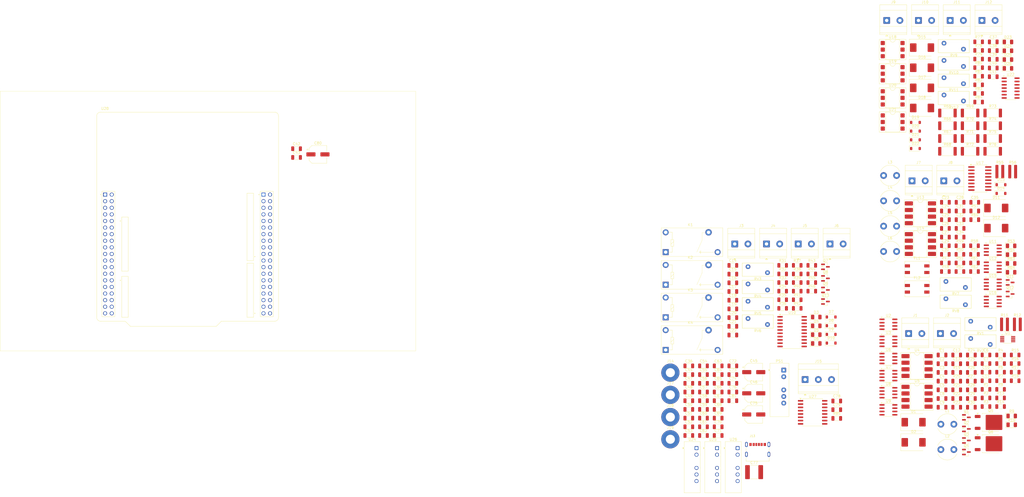
<source format=kicad_pcb>
(kicad_pcb (version 20241229) (generator "pcbnew") (generator_version "9.0")
  (layers (0 "F.Cu" signal "Signal1") (4 "In1.Cu" power "E5V") (6 "In2.Cu" power "GNDD") (2 "B.Cu" signal "Signal2") (13 "F.Paste" user) (15 "B.Paste" user) (5 "F.SilkS" user "F.Silkscreen") (7 "B.SilkS" user "B.Silkscreen") (1 "F.Mask" user) (3 "B.Mask" user) (25 "Edge.Cuts" user))
  (net 0 "")
  (net 1 "GNDD")
  (net 2 "E5V")
  (net 3 "Net-(U2--)")
  (net 4 "Net-(Q1-B)")
  (net 5 "Net-(U3--)")
  (net 6 "Net-(Q2-B)")
  (net 7 "+12V")
  (net 8 "+12VA")
  (net 9 "GND3")
  (net 10 "Net-(U8--)")
  (net 11 "Net-(C10-Pad1)")
  (net 12 "Net-(C11-Pad1)")
  (net 13 "Net-(U9--)")
  (net 14 "+3.3V")
  (net 15 "Net-(Q13-G)")
  (net 16 "Net-(Q7-G)")
  (net 17 "Net-(Q8-G)")
  (net 18 "Net-(Q9-G)")
  (net 19 "Net-(D13-K)")
  (net 20 "Net-(U11-+)")
  (net 21 "Net-(D14-K)")
  (net 22 "Net-(U12-+)")
  (net 23 "Net-(Q11-B)")
  (net 24 "Net-(U11--)")
  (net 25 "Net-(U12--)")
  (net 26 "Net-(Q12-B)")
  (net 27 "GND2")
  (net 28 "+12VA2")
  (net 29 "Net-(U17-CH0)")
  (net 30 "Net-(U17-CH1)")
  (net 31 "Net-(D15-A1)")
  (net 32 "Net-(D15-A2)")
  (net 33 "Net-(D16-A1)")
  (net 34 "Net-(D16-A2)")
  (net 35 "Net-(D17-A1)")
  (net 36 "Net-(D17-A2)")
  (net 37 "Net-(D18-A2)")
  (net 38 "Net-(D18-A1)")
  (net 39 "-12V")
  (net 40 "-12VA")
  (net 41 "GND")
  (net 42 "+3.3VA")
  (net 43 "-12VA2")
  (net 44 "GNDREF")
  (net 45 "Net-(D1-A1)")
  (net 46 "Net-(D2-A1)")
  (net 47 "Net-(D3-K)")
  (net 48 "Net-(D3-A)")
  (net 49 "Net-(D4-K)")
  (net 50 "Net-(D4-A)")
  (net 51 "Net-(D5-K)")
  (net 52 "Net-(D5-A)")
  (net 53 "Net-(D6-A)")
  (net 54 "Net-(D10-A)")
  (net 55 "Net-(D11-A2)")
  (net 56 "Net-(D11-A1)")
  (net 57 "Net-(D12-A1)")
  (net 58 "Net-(D12-A2)")
  (net 59 "Net-(D19-A)")
  (net 60 "Net-(D20-A)")
  (net 61 "Net-(D21-A)")
  (net 62 "Net-(D22-A)")
  (net 63 "Net-(D23-A)")
  (net 64 "Net-(D24-A)")
  (net 65 "Net-(D25-A)")
  (net 66 "Net-(D26-A)")
  (net 67 "Net-(J1-Pin_1)")
  (net 68 "Net-(J2-Pin_1)")
  (net 69 "Net-(J3-Pin_2)")
  (net 70 "Net-(J3-Pin_1)")
  (net 71 "Net-(J4-Pin_2)")
  (net 72 "Net-(J4-Pin_1)")
  (net 73 "Net-(J5-Pin_1)")
  (net 74 "Net-(J5-Pin_2)")
  (net 75 "Net-(J6-Pin_2)")
  (net 76 "Net-(J6-Pin_1)")
  (net 77 "Net-(J7-Pin_2)")
  (net 78 "Net-(J7-Pin_1)")
  (net 79 "Net-(J8-Pin_1)")
  (net 80 "Net-(J8-Pin_2)")
  (net 81 "Net-(J9-Pin_1)")
  (net 82 "Net-(J9-Pin_2)")
  (net 83 "Net-(J10-Pin_2)")
  (net 84 "Net-(J10-Pin_1)")
  (net 85 "Net-(J11-Pin_2)")
  (net 86 "Net-(J11-Pin_1)")
  (net 87 "Net-(J12-Pin_1)")
  (net 88 "Net-(J12-Pin_2)")
  (net 93 "Net-(J15-Pin_2)")
  (net 94 "Net-(J15-Pin_1)")
  (net 98 "Net-(Q1-E)")
  (net 99 "Net-(Q2-E)")
  (net 100 "Net-(Q3-E)")
  (net 101 "Net-(Q3-B)")
  (net 102 "Net-(Q4-B)")
  (net 103 "Net-(Q4-E)")
  (net 104 "Net-(Q5-E)")
  (net 105 "Net-(Q6-E)")
  (net 106 "Net-(Q11-E)")
  (net 107 "Net-(Q12-E)")
  (net 108 "SCL")
  (net 109 "SDA")
  (net 110 "DAC_~{LDAC}")
  (net 111 "DAC_RDY{slash}~{BSY}")
  (net 112 "DAC_out_1")
  (net 113 "DAC_out_2")
  (net 114 "Net-(R9-Pad1)")
  (net 115 "Net-(R10-Pad1)")
  (net 116 "Net-(R11-Pad2)")
  (net 117 "Net-(R12-Pad2)")
  (net 118 "Net-(R13-Pad2)")
  (net 119 "Net-(U6-+)")
  (net 120 "Net-(R14-Pad2)")
  (net 121 "Net-(R16-Pad2)")
  (net 122 "Net-(U7-+)")
  (net 123 "Net-(R17-Pad2)")
  (net 124 "Net-(U6--)")
  (net 125 "Net-(U8-+)")
  (net 126 "Net-(U7--)")
  (net 127 "Net-(U9-+)")
  (net 128 "DO_4")
  (net 129 "DO_3")
  (net 130 "DO_2")
  (net 131 "DO_1")
  (net 132 "DO1")
  (net 133 "DO2")
  (net 134 "DO3")
  (net 135 "DO4")
  (net 136 "Net-(R53-Pad1)")
  (net 137 "Net-(R54-Pad1)")
  (net 138 "Net-(R55-Pad2)")
  (net 139 "Net-(R56-Pad2)")
  (net 140 "Net-(U15-+)")
  (net 141 "Net-(R57-Pad2)")
  (net 142 "Net-(R58-Pad2)")
  (net 143 "Net-(R60-Pad2)")
  (net 144 "Net-(U16-+)")
  (net 145 "Net-(R61-Pad2)")
  (net 146 "ADC_CH0")
  (net 147 "ADC_CH1")
  (net 148 "Net-(R73-Pad1)")
  (net 149 "Net-(R74-Pad1)")
  (net 150 "Net-(R75-Pad1)")
  (net 151 "Net-(R76-Pad1)")
  (net 152 "Net-(R77-Pad1)")
  (net 153 "Net-(R78-Pad1)")
  (net 154 "Net-(R79-Pad1)")
  (net 155 "Net-(R80-Pad1)")
  (net 156 "DI_1")
  (net 157 "DI_2")
  (net 158 "DI_3")
  (net 159 "DI_4")
  (net 160 "PV")
  (net 189 "DO_OE")
  (net 210 "ADC_SPI_DIN")
  (net 211 "ADC_SPI_CLK")
  (net 214 "ADC_SPI_DOUT")
  (net 215 "ADC_SPI_~{CS}{slash}SHDN")
  (net 228 "UART1_TX")
  (net 229 "DE")
  (net 231 "~{RE}")
  (net 232 "UART1_RX")
  (footprint "Diode_SMD:D_1206_3216Metric" (layer "F.Cu") (at 438.015 21.03)
    (property "Reference" "D23")
    (property "Value" "Green LED 3mm")
  )
  (footprint "Capacitor_SMD:C_1206_3216Metric" (layer "F.Cu") (at 326.435 145.75)
    (property "Reference" "C63")
    (property "Value" "100n")
  )
  (footprint "Resistor_SMD:R_1020_2550Metric" (layer "F.Cu") (at 439.825 70.95)
    (property "Reference" "R56")
    (property "Value" "330R")
  )
  (footprint "Resistor_SMD:R_1206_3216Metric" (layer "F.Cu") (at 425.125 99.49)
    (property "Reference" "R58")
    (property "Value" "5k6")
  )
  (footprint "TerminalBlock_Phoenix:TerminalBlock_Phoenix_MKDS-3-2-5.08_1x02_P5.08mm_Horizontal" (layer "F.Cu") (at 401.075 74.5)
    (property "Reference" "J7")
    (property "Value" "Screw_Terminal_01x02")
  )
  (footprint "Resistor_SMD:R_1206_3216Metric" (layer "F.Cu") (at 356.875 120.28)
    (property "Reference" "R41")
    (property "Value" "220")
  )
  (footprint "Resistor_SMD:R_1206_3216Metric" (layer "F.Cu") (at 425.125 109.42)
    (property "Reference" "R62")
    (property "Value" "0")
  )
  (footprint "Capacitor_SMD:C_1206_3216Metric" (layer "F.Cu") (at 419.575 92.81)
    (property "Reference" "C33")
    (property "Value" "100n")
  )
  (footprint "Resistor_SMD:R_1020_2550Metric" (layer "F.Cu") (at 436.675 129.75)
    (property "Reference" "R11")
    (property "Value" "330R")
  )
  (footprint "Inductor_THT:L_Radial_D7.8mm_P5.00mm_Fastron_07HCP" (layer "F.Cu") (at 390.135 82.2)
    (property "Reference" "L4")
    (property "Value" "0.47 mH")
  )
  (footprint "Capacitor_SMD:C_1206_3216Metric" (layer "F.Cu") (at 432.345 27.71)
    (property "Reference" "C39")
    (property "Value" "100n")
  )
  (footprint "Capacitor_SMD:C_1206_3216Metric" (layer "F.Cu") (at 326.435 169.2)
    (property "Reference" "C70")
    (property "Value" "100n")
  )
  (footprint "TerminalBlock_Phoenix:TerminalBlock_Phoenix_MKDS-3-2-5.08_1x02_P5.08mm_Horizontal" (layer "F.Cu") (at 403.545 12.75)
    (property "Reference" "J10")
    (property "Value" "Screw_Terminal_01x02")
  )
  (footprint "Varistor:RV_Disc_D12mm_W5.1mm_P7.5mm" (layer "F.Cu") (at 413.385 21.51)
    (property "Reference" "RV9")
    (property "Value" "S10K30")
  )
  (footprint "Resistor_SMD:R_2512_6332Metric" (layer "F.Cu") (at 432.135 53.3)
    (property "Reference" "R74")
    (property "Value" "2000")
  )
  (footprint "Diode_SMD:D_SOD-123" (layer "F.Cu") (at 369.94 133.62)
    (property "Reference" "D9")
    (property "Value" "1N4007 SMD")
  )
  (footprint "Diode_SMD:D_SOD-123" (layer "F.Cu") (at 402.39 55.36)
    (property "Reference" "D20")
    (property "Value" "1N4007 SMD")
  )
  (footprint "Resistor_SMD:R_1206_3216Metric" (layer "F.Cu") (at 426.715 30.92)
    (property "Reference" "R80")
    (property "Value" "270")
  )
  (footprint "Package_DIP:DIP-6_W7.62mm_SMDSocket_SmallPads" (layer "F.Cu") (at 393.615 33.27)
    (property "Reference" "U19")
    (property "Value" "CNY173SR2VM")
  )
  (footprint "Capacitor_SMD:C_1206_3216Metric" (layer "F.Cu") (at 412.625 148.26)
    (property "Reference" "C3")
    (property "Value" "100p")
  )
  (footprint "Resistor_SMD:R_1206_3216Metric" (layer "F.Cu") (at 419.515 106.11)
    (property "Reference" "R51")
    (property "Value" "100k")
  )
  (footprint "TerminalBlock_Phoenix:TerminalBlock_Phoenix_MKDS-3-2-5.08_1x02_P5.08mm_Horizontal" (layer "F.Cu") (at 369.485 98.8)
    (property "Reference" "J6")
    (property "Value" "Screw_Terminal_01x02")
  )
  (footprint "Resistor_SMD:R_1206_3216Metric" (layer "F.Cu") (at 429.555 148.16)
    (property "Reference" "C10")
    (property "Value" "100n")
  )
  (footprint "Capacitor_SMD:C_1206_3216Metric" (layer "F.Cu") (at 332.085 155.8)
    (property "Reference" "C76")
    (property "Value" "100n")
  )
  (footprint "Capacitor_SMD:C_1206_3216Metric" (layer "F.Cu") (at 164.1224 65.488)
    (property "Reference" "C43")
    (property "Value" "100n")
  )
  (footprint "Project:1461267-1" (layer "F.Cu") (at 306.235 101.95)
    (property "Reference" "K1")
    (property "Value" "SDT-S-103DMR,000")
  )
  (footprint "Resistor_SMD:R_2512_6332Metric" (layer "F.Cu") (at 423.425 53.3)
    (property "Reference" "R70")
    (property "Value" "30")
  )
  (footprint "Package_DIP:DIP-8_W8.89mm_SMDSocket_LongPads" (layer "F.Cu") (at 404.305 87)
    (property "Reference" "U13")
    (property "Value" "IL300-DEFG-X007T")
  )
  (footprint "Resistor_SMD:R_1206_3216Metric" (layer "F.Cu") (at 440.775 144.85)
    (property "Reference" "R16")
    (property "Value" "33k")
  )
  (footprint "TerminalBlock_Phoenix:TerminalBlock_Phoenix_MKDS-3-2-5.08_1x02_P5.08mm_Horizontal" (layer "F.Cu") (at 411.995 133.3)
    (property "Reference" "J2")
    (property "Value" "Screw_Terminal_01x02")
  )
  (footprint "Resistor_SMD:R_2512_6332Metric" (layer "F.Cu") (at 423.425 58.21)
    (property "Reference" "R71")
    (property "Value" "30")
  )
  (footprint "Capacitor_SMD:C_1206_3216Metric" (layer "F.Cu") (at 423.925 158.31)
    (property "Reference" "R29")
    (property "Value" "150")
  )
  (footprint "TerminalBlock_Phoenix:TerminalBlock_Phoenix_MKDS-3-2-5.08_1x02_P5.08mm_Horizontal" (layer "F.Cu") (at 413.295 74.5)
    (property "Reference" "J8")
    (property "Value" "Screw_Terminal_01x02")
  )
  (footprint "Capacitor_SMD:C_1206_3216Metric" (layer "F.Cu") (at 332.085 159.15)
    (property "Reference" "C81")
    (property "Value" "100n")
  )
  (footprint "Project:1461267-1" (layer "F.Cu") (at 306.235 114.5)
    (property "Reference" "K2")
    (property "Value" "SDT-S-103DMR,000")
  )
  (footprint "Project:1461267-1" (layer "F.Cu") (at 306.235 139.6)
    (property "Reference" "K4")
    (property "Value" "SDT-S-103DMR,000")
  )
  (footprint "Resistor_SMD:R_2512_6332Metric" (layer "F.Cu") (at 423.425 48.39)
    (property "Reference" "R69")
    (property "Value" "30")
  )
  (footprint "Diode_SMD:D_1206_3216Metric" (layer "F.Cu") (at 438.015 24.42)
    (property "Reference" "D24")
    (property "Value" "Green LED 3mm")
  )
  (footprint "Diode_SMD:D_SOD-123" (layer "F.Cu") (at 435.32 76)
    (property "Reference" "D13")
    (property "Value" "1N4007 SMD")
  )
  (footprint "Capacitor_SMD:C_1206_3216Metric" (layer "F.Cu") (at 413.925 82.76)
    (property "Reference" "C23")
    (property "Value" "100n")
  )
  (footprint "Package_DIP:DIP-8_W8.89mm_SMDSocket_LongPads" (layer "F.Cu") (at 403.005 145.8)
    (property "Reference" "U4")
    (property "Value" "IL300-DEFG-X007T")
  )
  (footprint "Capacitor_SMD:C_1206_3216Metric" (layer "F.Cu") (at 412.625 161.66)
    (property "Reference" "C9")
    (property "Value" "100n")
  )
  (footprint "Resistor_SMD:R_1206_3216Metric" (layer "F.Cu") (at 362.485 107.04)
    (property "Reference" "R43")
    (property "Value" "10k")
  )
  (footprint "Resistor_SMD:R_2512_6332Metric" (layer "F.Cu") (at 414.715 58.21)
    (property "Reference" "R67")
    (property "Value" "30")
  )
  (footprint "Resistor_SMD:R_1206_3216Metric" (layer "F.Cu") (at 426.715 34.23)
    (property "Reference" "R81")
    (property "Value" "220")
  )
  (footprint "Converter_DCDC:Converter_DCDC_XP_POWER-IAxxxxS_THT" (layer "F.Cu") (at 351.69 147.38)
    (property "Reference" "PS1")
    (property "Value" "IA0503S")
  )
  (footprint "Resistor_SMD:R_1206_3216Metric" (layer "F.Cu") (at 351.265 110.35)
    (property "Reference" "R32")
    (property "Value" "10k")
  )
  (footprint "Capacitor_SMD:C_1206_3216Metric" (layer "F.Cu") (at 320.785 162.5)
    (property "Reference" "C59")
    (property "Value" "100n")
  )
  (footprint "Capacitor_SMD:C_1206_3216Metric" (layer "F.Cu") (at 412.625 151.61)
    (property "Reference" "C4")
    (property "Value" "100n")
  )
  (footprint "Capacitor_SMD:C_1206_3216Metric" (layer "F.Cu") (at 332.085 145.75)
    (property "Reference" "C72")
    (property "Value" "100n")
  )
  (footprint "Capacitor_SMD:C_1206_3216Metric" (layer "F.Cu") (at 332.085 107.06)
    (property "Reference" "C14")
    (property "Value" "100n")
  )
  (footprint "Package_TO_SOT_SMD:SOT-23" (layer "F.Cu") (at 367.745 112.06)
    (property "Reference" "Q8")
    (property "Value" "AO3400A")
  )
  (footprint "Diode_SMD:D_SOD-123" (layer "F.Cu") (at 402.39 62.06)
    (property "Reference" "D22")
    (property "Value" "1N4007 SMD")
  )
  (footprint "Capacitor_SMD:C_1206_3216Metric" (layer "F.Cu") (at 320.785 169.2)
    (property "Reference" "C61")
    (property "Value" "100n")
  )
  (footprint "Package_SO:MSOP-10_3x3mm_P0.5mm" (layer "F.Cu") (at 437.905 135.455)
    (property "Reference" "U1")
    (property "Value" "MCP4728")
  )
  (footprint "Capacitor_SMD:C_1206_3216Metric" (layer "F.Cu") (at 326.435 165.85)
    (property "Reference" "C69")
    (property "Value" "100n")
  )
  (footprint "Resistor_SMD:R_1206_3216Metric" (layer "F.Cu") (at 435.165 151.47)
    (property "Reference" "R7")
    (property "Value" "100k")
  )
  (footprint "Diode_SMD:D_1206_3216Metric" (layer "F.Cu") (at 439.225 99.53)
    (property "Reference" "R53")
    (property "Value" "1k")
  )
  (footprint "Diode_SMD:D_1206_3216Metric" (layer "F.Cu") (at 364.215 137.11)
    (property "Reference" "D6")
    (property "Value" "Green LED 3mm")
  )
  (footprint "Capacitor_SMD:C_1206_3216Metric" (layer "F.Cu") (at 372.095 159.26)
    (property "Reference" "C78")
    (property "Value" "100n")
  )
  (footprint "Resistor_SMD:R_1206_3216Metric" (layer "F.Cu") (at 426.715 20.99)
    (property "Reference" "R77")
    (property "Value" "270")
  )
  (footprint "Capacitor_SMD:C_1206_3216Metric" (layer "F.Cu") (at 332.085 127.16)
    (property "Reference" "C20")
    (property "Value" "100n")
  )
  (footprint "Capacitor_SMD:C_1206_3216Metric" (layer "F.Cu") (at 315.135 165.85)
    (property "Reference" "C51")
    (property "Value" "100n")
  )
  (footprint "Package_TO_SOT_SMD:SOT-23" (layer "F.Cu") (at 422.005 178.91)
    (property "Reference" "Q4")
    (property "Value" "BC847")
  )
  (footprint "Package_TO_SOT_SMD:SOT-23" (layer "F.Cu") (at 438.835 113.62)
    (property "Reference" "Q11")
    (property "Value" "BC847")
  )
  (footprint "Capacitor_SMD:C_1206_3216Metric" (layer "F.Cu") (at 332.085 123.81)
    (property "Reference" "C19")
    (property "Value" "100n")
  )
  (footprint "Diode_SMD:D_1206_3216Metric" (layer "F.Cu") (at 439.225 109.7)
    (property "Reference" "R64")
    (property "Value" "1k")
  )
  (footprint "Capacitor_SMD:C_1206_3216Metric" (layer "F.Cu") (at 413.925 89.46)
    (property "Reference" "C25")
    (property "Value" "100p")
  )
  (footprint "Capacitor_SMD:CP_Elec_6.3x7.7" (layer "F.Cu") (at 340.135 164.45)
    (property "Reference" "C75")
    (property "Value" "100u")
  )
  (footprint "Varistor:RV_Disc_D12mm_W5.1mm_P7.5mm" (layer "F.Cu") (at 413.385 34.81)
    (property "Reference" "RV11")
    (property "Value" "S10K30")
  )
  (footprint "Resistor_SMD:R_2512_6332Metric" (layer "F.Cu") (at 414.715 63.12)
    (property "Reference" "R68")
    (property "Value" "30")
  )
  (footprint "Diode_SMD:D_SMC" (layer "F.Cu") (at 404.94 30.96)
    (property "Reference" "D16")
    (property "Value" "SMCJ30A")
  )
  (footprint "Diode_SMD:D_SMC" (layer "F.Cu") (at 401.68 175.17)
    (property "Reference" "D2")
    (property "Value" "SMCJ30A")
  )
  (footprint "Resistor_SMD:R_1206_3216Metric" (layer "F.Cu") (at 351.265 113.66)
    (property "Reference" "R33")
    (property "Value" "10k")
  )
  (footprint "Capacitor_SMD:C_1206_3216Metric" (layer "F.Cu") (at 423.925 148.26)
    (property "Reference" "R26")
    (property "Value" "100")
  )
  (footprint "Capacitor_SMD:C_1206_3216Metric" (layer "F.Cu") (at 418.275 158.31)
    (property "Reference" "R22")
    (property "Value" "150k")
  )
  (footprint "Varistor:RV_Disc_D12mm_W5.1mm_P7.5mm" (layer "F.Cu") (at 414.125 113.25)
    (property "Reference" "RV7")
    (property "Value" "S10K30")
  )
  (footprint "Package_DIP:DIP-8_W8.89mm_SMDSocket_LongPads" (layer "F.Cu") (at 403.005 157.63)
    (property "Reference" "U5")
    (property "Value" "IL300-DEFG-X007T")
  )
  (footprint "Resistor_SMD:R_2512_6332Metric" (layer "F.Cu") (at 423.425 63.12)
    (property "Reference" "R72")
    (property "Value" "30")
  )
  (footprint "Package_DIP:DIP-6_W7.62mm_SMDSocket_SmallPads" (layer "F.Cu") (at 393.615 42.56)
    (property "Reference" "U20")
    (property "Value" "CNY173SR2VM")
  )
  (footprint "Resistor_SMD:R_1206_3216Metric" (layer "F.Cu") (at 429.555 141.54)
    (property "Reference" "C6")
    (property "Value" "100n")
  )
  (footprint "Capacitor_SMD:C_1206_3216Metric" (layer "F.Cu") (at 332.085 110.41)
    (property "Reference" "C15")
    (property "Value" "100n")
  )
  (footprint "Resistor_SMD:R_1206_3216Metric" (layer "F.Cu") (at 425.125 106.11)
    (property "Reference" "R61")
    (property "Value" "5k6")
  )
  (footprint "Varistor:RV_Disc_D12mm_W5.1mm_P7.5mm" (layer "F.Cu") (at 337.935 114.21)
    (property "Reference" "RV4")
    (property "Value" "S10K30")
  )
  (footprint "Varistor:RV_Disc_D12mm_W5.1mm_P7.5mm" (layer "F.Cu") (at 413.385 41.46)
    (property "Reference" "RV12")
    (property "Value" "S10K30")
  )
  (footprint "Package_SO:SOIC-8_3.9x4.9mm_P1.27mm" (layer "F.Cu") (at 432.155 107.78)
    (property "Reference" "U12")
    (property "Value" "TL071")
  )
  (footprint "TerminalBlock_Phoenix:TerminalBlock_Phoenix_MKDS-3-2-5.08_1x02_P5.08mm_Horizontal" (layer "F.Cu") (at 415.765 12.75)
    (property "Reference" "J11")
    (property "Value" "Screw_Terminal_01x02")
  )
  (footprint "Package_TO_SOT_SMD:TO-252-2" (layer "F.Cu") (at 431.375 175.7)
    (property "Reference" "Q6")
    (property "Value" "2SCR587D3")
  )
  (footprint "Converter_DCDC:Converter_DCDC_TRACO_TBA1-xxxxE_Dual_THT" (layer "F.Cu") (at 333.93 177.4)
    (property "Reference" "U26")
    (property "Value" "TBA1-0522E")
  )
  (footprint "Converter_DCDC:Converter_DCDC_TRACO_TBA1-xxxxE_Dual_THT" (layer "F.Cu") (at 326.015 177.4)
    (property "Reference" "U25")
    (property "Value" "TBA1-0522E")
  )
  (footprint "Diode_SMD:D_SOD-123" (layer "F.Cu") (at 435.32 79.35)
    (property "Reference" "D14")
    (property "Value" "1N4007 SMD")
  )
  (footprint "Varistor:RV_Disc_D12mm_W5.1mm_P7.5mm" (layer "F.Cu") (at 423.675 128.55)
    (property "Reference" "RV1")
    (property "Value" "S10K30")
  )
  (footprint "Varistor:RV_Disc_D12mm_W5.1mm_P7.5mm" (layer "F.Cu") (at 423.675 135.2)
    (property "Reference" "RV2")
    (property "Value" "S10K30")
  )
  (footprint "Diode_SMD:D_SMC" (layer "F.Cu") (at 433.52 84.96)
    (property "Reference" "D11")
    (property "Value" "SMCJ30A")
  )
  (footprint "Resistor_SMD:R_2512_6332Metric" (layer "F.Cu") (at 432.135 58.21)
    (property "Reference" "R75")
    (property "Value" "2000")
  )
  (footprint "Capacitor_SMD:C_1206_3216Metric" (layer "F.Cu") (at 419.575 86.11)
    (property "Reference" "C31")
    (property "Value" "100n")
  )
  (footprint "Resistor_SMD:R_1020_2550Metric" (layer "F.Cu") (at 434.875 70.95)
    (property "Reference" "R55")
    (property "Value" "330R")
  )
  (footprint "Capacitor_SMD:C_1206_3216Metric" (layer "F.Cu") (at 423.925 161.66)
    (property "Reference" "R30")
    (property "Value" "150")
  )
  (footprint "Package_SO:SOIC-8_3.9x4.9mm_P1.27mm" (layer "F.Cu") (at 432.155 114.365)
    (property "Reference" "U15")
    (property "Value" "TL071")
  )
  (footprint "Varistor:RV_Disc_D12mm_W5.1mm_P7.5mm" (layer "F.Cu") (at 337.935 127.51)
    (property "Reference" "RV6")
    (property "Value" "S10K30")
  )
  (footprint "Diode_SMD:D_1206_3216Metric" (layer "F.Cu") (at 364.215 126.94)
    (property "Reference" "D3")
    (property "Value" "Green LED 3mm")
  )
  (footprint "Package_SO:SOIC-8_3.9x4.9mm_P1.27mm" (layer "F.Cu") (at 391.985 156.075)
    (property "Reference" "U8")
    (property "Value" "TL071")
  )
  (footprint "TerminalBlock_Phoenix:TerminalBlock_Phoenix_MKDS-3-2-5.08_1x02_P5.08mm_Horizontal" (layer "F.Cu") (at 427.985 12.75)
    (property "Reference" "J12")
    (property "Value" "Screw_Terminal_01x02")
  )
  (footprint "UJC-HP-3-SMT-TR:CUI_UJC-HP-3-SMT-TR" (layer "F.Cu") (at 341.645 176)
    (property "Reference" "J13")
    (property "Value" "USB_C_Receptacle_PowerOnly_6P")
  )
  (footprint "Capacitor_SMD:C_1206_3216Metric" (layer "F.Cu") (at 332.085 120.46)
    (property "Reference" "C18")
    (property "Value" "100n")
  )
  (footprint "Capacitor_SMD:C_1206_3216Metric" (layer "F.Cu") (at 425.225 82.76)
    (property "Reference" "C35")
    (property "Value" "100n")
  )
  (footprint "Capacitor_SMD:C_1206_3216Metric" (layer "F.Cu") (at 320.785 155.8)
    (property "Reference" "C57")
    (property "Value" "100n")
  )
  (footprint "Resistor_SMD:R_1206_3216Metric" (layer "F.Cu") (at 356.875 110.35)
    (property "Reference" "R38")
    (property "Value" "180")
  )
  (footprint "MountingHole:MountingHole_3.5mm_Pad" (layer "F.Cu") (at 308.035 148.35)
    (property "Reference" "J14")
    (property "Value" "Conn_01x01")
  )
  (footprint "Capacitor_SMD:C_1206_3216Metric" (layer "F.Cu") (at 419.575 89.46)
    (property "Reference" "C32")
    (property "Value" "100n")
  )
  (footprint "Resistor_SMD:R_2512_6332Metric" (layer "F.Cu") (at 432.135 48.39)
    (property "Reference" "R73")
    (property "Value" "2000")
  )
  (footprint "Resistor_SMD:R_1206_3216Metric" (layer "F.Cu") (at 413.905 102.8)
    (property "Reference" "C30")
    (property "Value" "100n")
  )
  (footprint "Capacitor_SMD:C_1206_3216Metric" (layer "F.Cu") (at 425.225 89.46)
    (property "Reference" "R60")
    (property "Value" "47k")
  )
  (footprint "Capacitor_SMD:CP_Elec_6.3x7.7" (layer "F.Cu") (at 172.3568 64.3128)
    (property "Reference" "C80")
    (property "Value" "100u")
  )
  (footprint "Resistor_SMD:R_2512_6332Metric" (layer "F.Cu") (at 432.135 63.12)
    (property "Reference" "R76")
    (property "Value" "2000")
  )
  (footprint "Capacitor_SMD:CP_Elec_6.3x7.7" (layer "F.Cu") (at 340.135 156.3)
    (property "Reference" "C46")
    (property "Value" "100u")
  )
  (footprint "Capacitor_SMD:C_1206_3216Metric" (layer "F.Cu") (at 320.785 165.85)
    (property "Reference" "C60")
    (property "Value" "100n")
  )
  (footprint "Capacitor_SMD:C_1206_3216Metric" (layer "F.Cu") (at 332.085 152.45)
    (property "Reference" "C74")
    (property "Value" "100n")
  )
  (footprint "Capacitor_SMD:C_1206_3216Metric" (layer "F.Cu") (at 413.925 96.16)
    (property "Reference" "C27")
    (property "Value" "100n")
  )
  (footprint "Resistor_SMD:R_1206_3216Metric" (layer "F.Cu") (at 351.265 107.04)
    (property "Reference" "R31")
    (property "Value" "10k")
  )
  (footprint "Diode_SMD:D_SOD-123" (layer "F.Cu") (at 369.94 136.97)
    (property "Reference" "D10")
    (property "Value" "1N4007 SMD")
  )
  (footprint "Resistor_SMD:R_1206_3216Metric" (layer "F.Cu") (at 429.555 144.85)
    (property "Reference" "C7")
    (property "Value" "100n")
  )
  (footprint "Diode_SMD:D_1206_3216Metric" (layer "F.Cu") (at 438.015 27.81)
    (property "Reference" "D25")
    (property "Value" "Green LED 3mm")
  )
  (footprint "Inductor_THT:L_Radial_D7.8mm_P5.00mm_Fastron_07HCP" (layer "F.Cu") (at 390.135 101.7)
    (property "Reference" "L6")
    (property "Value" "0.47 mH")
  )
  (footprint "Capacitor_SMD:C_1206_3216Metric" (layer "F.Cu") (at 315.135 172.55)
    (property "Reference" "C53")
    (property "Value" "100n")
  )
  (footprint "Package_SO:SOIC-16W_5.3x10.2mm_P1.27mm" (layer "F.Cu") (at 427.175 73.615)
    (property "Reference" "U17")
    (property "Value" "MCP3208T-BI/SL")
  )
  (footprint "Resistor_SMD:R_1206_3216Metric" (layer "F.Cu") (at 351.265 116.97)
    (property "Reference" "R34")
    (property "Value" "10k")
  )
  (footprint "Project:1461267-1" (layer "F.Cu") (at 306.235 127.05)
    (property "Reference" "K3")
    (property "Value" "SDT-S-103DMR,000")
  )
  (footprint "Capacitor_SMD:C_1206_3216Metric" (layer "F.Cu") (at 326.435 172.55)
    (property "Reference" "C71")
    (property "Value" "100n")
  )
  (footprint "Resistor_SMD:R_1206_3216Metric" (layer "F.Cu") (at 356.875 107.04)
    (property "Reference" "R37")
    (property "Value" "220")
  )
  (footprint "Resistor_SMD:R_1020_2550Metric" (layer "F.Cu") (at 441.625 129.75)
    (property "Reference" "R12")
    (property "Value" "330R")
  )
  (footprint "Diode_SMD:D_1206_3216Metric" (layer "F.Cu") (at 364.215 130.33)
    (property "Reference" "D4")
    (property "Value" "Green LED 3mm")
  )
  (footprint "Package_TO_SOT_SMD:SOT-23" (layer "F.Cu") (at 367.745 116.51)
    (property "Reference" "Q9")
    (property "Value" "AO3400A")
  )
  (footprint "Capacitor_SMD:CP_Elec_6.3x7.7" (layer "F.Cu") (at 340.135 148.15)
    (property "Reference" "C45")
    (property "Value" "100u")
  )
  (footprint "Resistor_SMD:R_1206_3216Metric" (layer "F.Cu") (at 413.905 106.11)
    (property "Reference" "R47")
    (property "Value" "499R")
  )
  (footprint "Inductor_THT:L_Radial_D7.8mm_P5.00mm_Fastron_07HCP" (layer "F.Cu") (at 412.175 168.21)
    (property "Reference" "L1")
    (property "Value" "0.47 mH")
  )
  (footprint "Resistor_SMD:R_1206_3216Metric" (layer "F.Cu") (at 426.715 24.3)
    (property "Reference" "R78")
    (property "Value" "270")
  )
  (footprint "TerminalBlock_Phoenix:TerminalBlock_Phoenix_MKDS-3-2-5.08_1x02_P5.08mm_Horizontal" (layer "F.Cu") (at 399.775 133.3)
    (property "Reference" "J1")
    (property "Value" "Screw_Terminal_01x02")
  )
  (footprint "Package_TO_SOT_SMD:SOT-23" (layer "F.Cu") (at 367.745 120.96)
    (property "Reference" "Q13")
    (property "Value" "AO3400A")
  )
  (footprint "Resistor_SMD:R_1206_3216Metric" (layer "F.Cu") (at 419.515 109.42)
    (property "Reference" "R52")
    (property "Value" "100k")
  )
  (footprint "Resistor_SMD:R_1206_3216Metric" (layer "F.Cu") (at 435.165 141.54)
    (property "Reference" "R4")
    (property "Value" "10k")
  )
  (footprint "MountingHole:MountingHole_3.5mm_Pad" (layer "F.Cu") (at 308.035 156.9)
    (property "Reference" "J17")
    (property "Value" "Conn_01x01")
  )
  (footprint "Capacitor_SMD:C_1206_3216Metric" (layer "F.Cu") (at 432.345 21.01)
    (property "Reference" "C37")
    (property "Value" "100n")
  )
  (footprint "Capacitor_SMD:C_1206_3216Metric" (layer "F.Cu") (at 315.135 149.1)
    (property "Reference" "C44")
    (property "Value" "100n")
  )
  (footprint "Capacitor_SMD:C_1206_3216Metric" (layer "F.Cu") (at 423.925 154.96)
    (property "Reference" "R28")
    (property "Value" "100")
  )
  (footprint "Package_TO_SOT_SMD:SOT-23" (layer "F.Cu") (at 422.005 170.01)
    (property "Reference" "Q2")
    (property "Value" "BC847")
  )
  (footprint "Package_TO_SOT_SMD:SOT-23" (layer "F.Cu") (at 422.005 174.46)
    (property "Reference" "Q3")
    (property "Value" "BC847")
  )
  (footprint "Capacitor_SMD:C_1206_3216Metric" (layer "F.Cu") (at 419.575 82.76)
    (property "Reference" "C28")
    (property "Value" "100n")
  )
  (footprint "Capacitor_SMD:C_1206_3216Metric" (layer "F.Cu") (at 412.625 141.56)
    (property "Reference" "C1")
    (property "Value" "100n")
  )
  (footprint "Diode_SMD:D_SMC" (layer "F.Cu") (at 404.94 38.71)
    (property "Reference" "D17")
    (property "Value" "SMCJ30A")
  )
  (footprint "Capacitor_SMD:C_1206_3216Metric" (layer "F.Cu") (at 315.135 169.2)
    (property "Reference" "C52")
    (property "Value" "100n")
  )
  (footprint "Resistor_SMD:R_1206_3216Metric" (layer "F.Cu") (at 429.555 154.78)
    (property "Reference" "R1")
    (property "Value" "10k")
  )
  (footprint "Capacitor_SMD:C_1206_3216Metric" (layer "F.Cu") (at 412.625 154.96)
    (property "Reference" "C5")
    (property "Value" "100n")
  )
  (footprint "Package_SO:SOIC-8_3.9x4.9mm_P1.27mm" (layer "F.Cu") (at 391.985 142.905)
    (property "Reference" "U6")
    (property "Value" "TL071")
  )
  (footprint "Capacitor_SMD:C_1206_3216Metric" (layer "F.Cu") (at 432.345 31.06)
    (property "Reference" "C40")
    (property "Value" "100n")
  )
  (footprint "Resistor_SMD:R_1206_3216Metric" (layer "F.Cu") (at 429.555 161.4)
    (property "Reference" "R3")
    (property "Value" "10k")
  )
  (footprint "Diode_SMD:D_SOD-123" (layer "F.Cu") (at 369.94 130.27)
    (property "Reference" "D8")
    (property "Value" "1N4007 SMD")
  )
  (footprint "Resistor_SMD:R_1206_3216Metric" (layer "F.Cu") (at 440.775 148.16)
    (property "Reference" "R17")
    (property "Value" "33k")
  )
  (footprint "Capacitor_SMD:C_1206_3216Metric" (layer "F.Cu") (at 320.785 145.75)
    (property "Reference" "C54")
    (property "Value" "100n")
  )
  (footprint "Package_TO_SOT_SMD:SOT-23" (layer "F.Cu") (at 438.835 118.07)
    (property "Reference" "Q12")
    (property "Value" "BC847")
  )
  (footprint "TerminalBlock_Phoenix:TerminalBlock_Phoenix_MKDS-3-2-5.08_1x02_P5.08mm_Horizontal" (layer "F.Cu") (at 357.265 98.8)
    (property "Reference" "J5")
    (property "Value" "Screw_Terminal_01x02")
  )
  (footprint "Resistor_SMD:R_1206_3216Metric" (layer "F.Cu") (at 440.775 151.47)
    (property "Reference" "R18")
    (property "Value" "0")
  )
  (footprint "Resistor_SMD:R_1206_3216Metric" (layer "F.Cu") (at 426.715 40.85)
    (property "Reference" "R83")
    (property "Value" "220")
  )
  (footprint "Varistor:RV_Disc_D12mm_W5.1mm_P7.5mm" (layer "F.Cu") (at 337.935 107.56)
    (property "Reference" "RV3")
    (property "Value" "S10K30")
  )
  (footprint "Resistor_SMD:R_1206_3216Metric" (layer "F.Cu") (at 440.775 141.54)
    (property "Reference" "R15")
    (property "Value" "0")
  )
  (footprint "Capacitor_SMD:C_1206_3216Metric" (layer "F.Cu") (at 432.345 24.36)
    (property "Reference" "C38")
    (property "Value" "100n")
  )
  (footprint "TerminalBlock_Phoenix:TerminalBlock_Phoenix_MKDS-3-3-5.08_1x03_P5.08mm_Horizontal" (layer "F.Cu") (at 359.925 151)
    (property "Reference" "J15")
    (property "Value" "Screw_Terminal_01x03")
  )
  (footprint "Resistor_SMD:R_1206_3216Metric" (layer "F.Cu") (at 426.715 44.16)
    (property "Reference" "R84")
    (property "Value" "220")
  )
  (footprint "Capacitor_SMD:C_1206_3216Metric" (layer "F.Cu") (at 320.785 159.15)
    (property "Reference" "C58")
    (property "Value" "100n")
  )
  (footprint "Resistor_SMD:R_1206_3216Metric" (layer "F.Cu") (at 419.515 102.8)
    (property "Reference" "R50")
    (property "Value" "499R")
  )
  (footprint "Diode_SMD:D_SOD-123" (layer "F.Cu") (at 402.39 52.01)
    (property "Reference" "D19")
    (property "Value" "1N4007 SMD")
  )
  (footprint "Resistor_SMD:R_2512_6332Metric" (layer "F.Cu") (at 414.715 48.39)
    (property "Reference" "R65")
    (property "Value" "30")
  )
  (footprint "Capacitor_SMD:C_1206_3216Metric" (layer "F.Cu") (at 418.275 141.56)
    (property "Reference" "C12")
    (property "Value" "100n")
  )
  (footprint "Package_DIP:DIP-6_W7.62mm_SMDSocket_SmallPads" (layer "F.Cu") (at 393.615 51.85)
    (property "Reference" "U21")
    (property "Value" "CNY173SR2VM")
  )
  (footprint "Capacitor_SMD:C_1206_3216Metric" (layer "F.Cu") (at 315.135 159.15)
    (property "Reference" "C49")
    (property "Value" "100n")
  )
  (footprint "Package_SO:SOIC-14_3.9x8.7mm_P1.27mm" (layer "F.Cu") (at 439.025 38.79)
    (property "Reference" "U22")
    (property "Value" "MM74HC14M")
  )
  (footprint "Capacitor_SMD:C_1206_3216Metric" (layer "F.Cu") (at 315.135 155.8)
    (property "Reference" "C48")
    (property "Value" "100n")
  )
  (footprint "Package_TO_SOT_SMD:SOT-23" (layer "F.Cu") (at 367.745 107.61)
    (property "Reference" "Q7")
    (property "Value" "AO3400A")
  )
  (footprint "Varistor:RV_Disc_D12mm_W5.1mm_P7.5mm" (layer "F.Cu") (at 414.125 119.9)
    (property "Reference" "RV8")
    (property "Value" "S10K30")
  )
  (footprint "Capacitor_SMD:C_1206_3216Metric" (layer "F.Cu") (at 412.625 158.31)
    (property "Reference" "C8")
    (property "Value" "100n")
  )
  (footprint "Capacitor_SMD:C_1206_3216Metric" (layer "F.Cu") (at 418.275 144.91)
    (property "Reference" "C13")
    (property "Value" "100n")
  )
  (footprint "Package_SO:SOIC-8_3.9x4.9mm_P1.27mm" (layer "F.Cu") (at 391.985 149.49)
    (property "Reference" "U7")
    (property "Value" "TL071")
  )
  (footprint "Package_DIP:DIP-6_W7.62mm_SMDSocket_SmallPads" (layer "F.Cu") (at 393.615 23.98)
    (property "Reference" "U18")
    (property "Value" "CNY173SR2VM")
  )
  (footprint "Capacitor_SMD:C_1206_3216Metric" (layer "F.Cu") (at 326.435 162.5)
    (property "Reference" "C68")
    (property "Value" "100n")
  )
  (footprint "Diode_SMD:D_SOD-123" (layer "F.Cu") (at 369.94 126.92)
    (property "Reference" "D7")
    (property "Value" "1N4007 SMD")
  )
  (footprint "MountingHole:MountingHole_3.5mm_Pad" (layer "F.Cu") (at 308.035 165.45)
    (property "Reference" "J18")
    (property "Value" "Conn_01x01")
  )
  (footprint "Resistor_SMD:R_1206_3216Metric" (layer "F.Cu") (at 435.165 144.85)
    (property "Reference" "R5")
    (property "Value" "100k")
  )
  (footprint "Capacitor_SMD:C_1206_3216Metric" (layer "F.Cu") (at 315.135 162.5)
    (property "Reference" "C50")
    (property "Value" "100n")
  )
  (footprint "Capacitor_SMD:C_1206_3216Metric" (layer "F.Cu") (at 326.435 149.1)
    (property "Reference" "C64")
    (property "Value" "100n")
  )
  (footprint "Package_SO:SOIC-8_3.9x4.9mm_P1.27mm" (layer "F.Cu") (at 391.985 129.735)
    (property "Reference" "U2")
    (property "Value" "TL071")
  )
  (footprint "TerminalBlock_Phoenix:TerminalBlock_Phoenix_MKDS-3-2-5.08_1x02_P5.08mm_Horizontal" (layer "F.Cu") (at 391.325 12.75)
    (property "Reference" "J9")
    (property "Value" "Screw_Terminal_01x02")
  )
  (footprint "Diode_SMD:D_1206_3216Metric" (layer "F.Cu") (at 364.215 133.72)
    (property "Reference" "D5")
    (property "Value" "Green LED 3mm")
  )
  (footprint "Capacitor_SMD:C_1206_3216Metric" (layer "F.Cu") (at 332.085 130.51)
    (property "Reference" "C21")
    (property "Value" "100n")
  )
  (footprint "Diode_SMD:D_1206_3216Metric" (layer "F.Cu") (at 439.455 165.03)
    (property "Reference" "R9")
    (property "Value" "1k")
  )
  (footprint "Diode_SMD:D_1206_3216Metric" (layer "F.Cu") (at 439.455 168.42)
    (property "Reference" "R10")
    (property "Value" "1k")
  )
  (footprint "Diode_SMD:D_SMC" (layer "F.Cu") (at 433.52 92.71)
    (property "Reference" "D12")
    (property "Value" "SMCJ30A")
  )
  (footprint "Resistor_SMD:R_1206_3216Metric" (layer "F.Cu") (at 362.485 116.97)
    (property "Reference" "R46")
    (property "Value" "10k")
  )
  (footprint "Capacitor_SMD:C_1206_3216Metric" (layer "F.Cu") (at 372.095 162.61)
    (property "Reference" "C79")
    (property "Value" "100n")
  )
  (footprint "NUCLEO-F303RE:ST_NUCLEO-F303RE" (layer "F.Cu") (at 122.174 89.3064)
    (property "Reference" "U28")
    (property "Value" "NUCLEO-L152RE")
  )
  (footprint "Diode_SMD:D_1206_3216Metric" (layer "F.Cu") (at 438.015 31.2)
    (property "Reference" "D26")
    (property "Value" "Green LED 3mm")
  )
  (footprint "Package_SO:SOIC-8_3.9x4.9mm_P1.27mm" (layer "F.Cu") (at 391.985 162.66)
    (property "Reference" "U9")
    (property "Value" "TL071")
  )
  (footprint "Capacitor_SMD:C_1206_3216Metric" (layer "F.Cu") (at 418.275 154.96)
    (property "Reference" "R21")
    (property "Value" "150k")
  )
  (footprint "Resistor_SMD:R_1206_3216Metric" (layer "F.Cu") (at 419.515 99.49)
    (property "Reference" "R49")
    (property "Value" "499R")
  )
  (footprint "Inductor_SMD:L_CommonMode_Wuerth_WE-SL2" (layer "F.Cu") (at 403.035 108.52)
    (property "Reference" "FL1")
    (property "Value" "51 µH")
  )
  (footprint "Package_SO:SOIC-16W_7.5x10.3mm_P1.27mm" (layer "F.Cu") (at 362.815 163.625)
    (property "Reference" "U27")
    (property "Value" "ADM2483xRW")
  )
  (footprint "Resistor_SMD:R_1206_3216Metric" (layer "F.Cu") (at 413.905 99.49)
    (property "Reference" "C29")
    (property "Value" "100n")
  )
  (footprint "Capacitor_SMD:C_1206_3216Metric" (layer "F.Cu") (at 326.435 159.15)
    (property "Reference" "C67")
    (property "Value" "100n")
  )
  (footprint "Capacitor_SMD:C_1206_3216Metric" (layer "F.Cu") (at 425.225 86.11)
    (property "Reference" "R57")
    (property "Value" "47k")
  )
  (footprint "Capacitor_SMD:C_1206_3216Metric" (layer "F.Cu") (at 412.625 144.91)
    (property "Reference" "C2")
    (property "Value" "100p")
  )
  (footprint "Inductor_SMD:L_CommonMode_Wuerth_WE-SL2" (layer "F.Cu") (at 403.035 116.07)
    (property "Reference" "FL2")
    (property "Value" "51 µH")
  )
  (footprint "Converter_DCDC:Converter_DCDC_TRACO_TBA1-xxxxE_Dual_THT" (layer "F.Cu") (at 318.1 177.4)
    (property "Reference" "U24")
    (property "Value" "TBA1-0522E")
  )
  (footprint "Resistor_SMD:R_1206_3216Metric" (layer "F.Cu") (at 351.265 123.59)
    (property "Reference" "R36")
    (property "Value" "180")
  )
  (footprint "Capacitor_SMD:C_1206_3216Metric" (layer "F.Cu") (at 315.135 145.75)
    (property "Reference" "C36")
    (property "Value" "100n")
  )
  (footprint "Capacitor_SMD:C_1206_3216Metric" (layer "F.Cu") (at 332.085 113.76)
    (property "Reference" "C16")
    (property "Value" "100n")
  )
  (footprint "Diode_SMD:D_SMC" (layer "F.Cu") (at 404.94 23.21)
    (property "Reference" "D15")
    (property "Value" "SMCJ30A")
  )
  (footprint "Diode_SMD:D_1206_3216Metric" (layer "F.Cu") (at 439.225 102.92)
    (property "Reference" "R54")
    (property "Value" "1k")
  )
  (footprint "Capacitor_SMD:C_1206_3216Metric" (layer "F.Cu") (at 326.435 152.45)
    (property "Reference" "C65")
    (property "Value" "100n")
  )
  (footprint "Capacitor_SMD:C_1206_3216Metric" (layer "F.Cu") (at 418.275 148.26)
    (property "Reference" "R19")
    (property "Value" "150k")
  )
  (footprint "Resistor_SMD:R_1206_3216Metric" (layer "F.Cu") (at 413.905 109.42)
    (property "Reference" "R48")
    (property "Value" "499R")
  )
  (footprint "Capacitor_SMD:C_1206_3216Metric" (layer "F.Cu") (at 413.925 92.81)
    (property "Reference" "C26")
    (property "Value" "100p")
  )
  (footprint "Resistor_SMD:R_1206_3216Metric" (layer "F.Cu") (at 425.125 102.8)
    (property "Reference" "R59")
    (property "Value" "0")
  )
  (footprint "Resistor_SMD:R_2512_6332Metric" (layer "F.Cu") (at 414.715 53.3)
    (property "Reference" "R66")
    (property "Value" "30")
  )
  (footprint "Capacitor_SMD:C_1206_3216Metric" (layer "F.Cu") (at 418.275 151.61)
    (property "Reference" "R20")
    (property "Value" "150k")
  )
  (footprint "Resistor_SMD:R_1206_3216Metric" (layer "F.Cu") (at 429.555 151.47)
    (property "Reference" "C11")
    (property "Value" "100n")
  )
  (footprint "Resistor_SMD:R_1206_3216Metric" (layer "F.Cu") (at 435.165 154.78)
    (property "Reference" "R8")
    (property "Value" "100k")
  )
  (footprint "Capacitor_SMD:C_1206_3216Metric" (layer "F.Cu") (at 332.085 117.11)
    (property "Reference" "C17")
    (property "Value" "100n")
  )
  (footprint "Resistor_SMD:R_1206_3216Metric" (layer "F.Cu") (at 362.485 110.35)
    (property "Reference" "R44")
    (property "Value" "10k")
  )
  (footprint "Capacitor_SMD:C_2220_5750Metric" (layer "F.Cu") (at 340.275 186.65)
    (property "Reference" "C77")
    (property "Value" "1n")
  )
  (footprint "Capacitor_SMD:C_1206_3216Metric" (layer "F.Cu") (at 432.345 34.41)
    (property "Reference" "C41")
    (property "Value" "100n")
  )
  (footprint "Capacitor_SMD:C_1206_3216Metric" (layer "F.Cu") (at 164.1224 62.138)
    (property "Reference" "C42")
    (property "Value" "100n")
  )
  (footprint "Diode_SMD:D_SMC" (layer "F.Cu") (at 404.94 46.46)
    (property "Reference" "D18")
    (property "Value" "SMCJ30A")
  )
  (footprint "Resistor_SMD:R_1206_3216Metric" (layer "F.Cu") (at 362.485 113.66)
    (property "Reference" "R45")
    (property "Value" "10k")
  )
  (footprint "MountingHole:MountingHole_3.5mm_Pad" (layer "F.Cu") (at 308.035 174)
    (property "Reference" "J19")
    (property "Value" "Conn_01x01")
  )
  (footprint "Capacitor_SMD:C_1206_3216Metric" (layer "F.Cu") (at 320.785 149.1)
    (property "Reference" "C55")
    (property "Value" "100n")
  )
  (footprint "Capacitor_SMD:C_1206_3216Metric" (layer "F.Cu") (at 372.095 165.96)
    (property "Reference" "R85")
    (property "Value" "10k")
  )
  (footprint "Capacitor_SMD:C_1206_3216Metric" (layer "F.Cu") (at 413.925 86.11)
    (property "Reference" "C24")
    (property "Value" "100n")
  )
  (footprint "Capacitor_SMD:C_1206_3216Metric" (layer "F.Cu") (at 320.785 172.55)
    (property "Reference" "C62")
    (property "Value" "100n")
  )
  (footprint "Resistor_SMD:R_1206_3216Metric" (layer "F.Cu") (at 435.165 148.16)
    (property "Reference" "R6")
    (property "Value" "100k")
  )
  (footprint "Capacitor_SMD:C_1206_3216Metric" (layer "F.Cu") (at 423.925 141.56)
    (property "Reference" "R24")
    (property "Value" "150k")
  )
  (footprint "Capacitor_SMD:C_1206_3216Metric" (layer "F.Cu") (at 326.435 155.8)
    (property "Reference" "C66")
    (property "Value" "100n")
  )
  (footprint "Inductor_THT:L_Radial_D7.8mm_P5.00mm_Fastron_07HCP" (layer "F.Cu") (at 390.135 72.45)
    (property "Reference" "L3")
    (property "Value" "0.47 mH")
  )
  (footprint "Resistor_SMD:R_1206_3216Metric" (layer "F.Cu") (at 426.715 27.61)
    (property "Reference" "R79")
    (property "Value" "270")
  )
  (footprint "Package_SO:SOIC-8_3.9x4.9mm_P1.27mm" (layer "F.Cu") (at 391.985 136.32)
    (property "Reference" "U3")
    (property "Value" "TL071")
  )
  (footprint "Package_TO_SOT_SMD:TO-252-2" (layer "F.Cu") (at 431.375 167.505)
    (property "Reference" "Q5")
    (property "Value" "2SCR587D3")
  )
  (footprint "Diode_SMD:D_SOD-123" (layer "F.Cu") (at 402.39 58.71)
    (property "Reference" "D21")
    (property "Value" "1N4007 SMD")
  )
  (footprint "Package_SO:SOIC-8_3.9x4.9mm_P1.27mm" (layer "F.Cu") (at 432.155 101.195)
    (property "Reference" "U11")
    (property "Value" "TL071")
  )
  (footprint "Capacitor_SMD:C_1206_3216Metric" (layer "F.Cu") (at 315.135 152.45)
    (property "Reference" "C47")
    (property "Value" "100n")
  )
  (footprint "Capacitor_SMD:C_1206_3216Metric" (layer "F.Cu") (at 419.575 96.16)
    (property "Reference" "C34")
    (property "Value" "100n")
  )
  (footprint "TerminalBlock_Phoenix:TerminalBlock_Phoenix_MKDS-3-2-5.08_1x02_P5.08mm_Horizontal" (layer "F.Cu") (at 332.825 98.8)
    (property "Reference" "J3")
    (property "Value" "Screw_Terminal_01x02")
  )
  (footprint "Inductor_THT:L_Radial_D7.8mm_P5.00mm_Fastron_07HCP" (layer "F.Cu") (at 412.175 177.96)
    (property "Reference" "L2")
    (property "Value" "0.47 mH")
  )
  (footprint "Inductor_THT:L_Radial_D7.8mm_P5.00mm_Fastron_07HCP" (layer "F.Cu") (at 390.135 91.95)
    (property "Reference" "L5")
    (property "Value" "0.47 mH")
  )
  (footprint "Resistor_SMD:R_1206_3216Metric" (layer "F.Cu") (at 429.555 158.09)
    (property "Reference" "R2")
    (property "Value" "10k")
  )
  (footprint "TerminalBlock_Phoenix:TerminalBlock_Phoenix_MKDS-3-2-5.08_1x02_P5.08mm_Horizontal" (layer "F.Cu") (at 345.045 98.8)
    (property "Reference" "J4")
    (property "Value" "Screw_Terminal_01x02")
  )
  (footprint "Package_SO:SOIC-8_3.9x4.9mm_P1.27mm" (layer "F.Cu") (at 432.155 120.95)
    (property "Reference" "U16")
    (property "Value" "TL071")
  )
  (footprint "Resistor_SMD:R_1206_3216Metric" (layer "F.Cu") (at 435.165 161.4)
    (property "Reference" "R14")
    (property "Value" "33k")
  )
  (footprint "Resistor_SMD:R_1206_3216Metric" (layer "F.Cu") (at 426.715 37.54)
    (property "Reference" "R82")
    (property "Value" "220")
  )
  (footprint "Capacitor_SMD:C_1206_3216Metric" (layer "F.Cu") (at 418.275 161.66)
    (property "Reference" "R23")
    (property "Value" "150k")
  )
  (footprint "Diode_SMD:D_SMC" (layer "F.Cu") (at 401.68 167.42)
    (property "Reference" "D1")
    (property "Value" "SMCJ30A")
  )
  (footprint "Varistor:RV_Disc_D12mm_W5.1mm_P7.5mm" (layer "F.Cu") (at 413.385 28.16)
    (property "Reference" "RV10")
    (property "Value" "S10K30")
  )
  (footprint "Resistor_SMD:R_1206_3216Metric" (layer "F.Cu") (at 356.875 113.66)
    (property "Reference" "R39")
    (property "Value" "220")
  )
  (footprint "Capacitor_SMD:C_1206_3216Metric" (layer "F.Cu") (at 332.085 149.1)
    (property "Reference" "C73")
    (property "Value" "100n")
  )
  (footprint "Varistor:RV_Disc_D12mm_W5.1mm_P7.5mm" (layer "F.Cu") (at 337.935 120.86)
    (property "Reference" "RV5")
    (property "Value" "S10K30")
  )
  (footprint "Resistor_SMD:R_1206_3216Metric" (layer "F.Cu") (at 435.165 158.09)
    (property "Reference" "R13")
    (property "Value" "33k")
  )
  (footprint "Resistor_SMD:R_1206_3216Metric" (layer "F.Cu") (at 351.265 120.28)
    (property "Reference" "R35")
    (property "Value" "220")
  )
  (footprint "Capacitor_SMD:C_1206_3216Metric" (layer "F.Cu") (at 423.925 151.61)
    (property "Reference" "R27")
    (property "Value" "150k")
  )
  (footprint "Capacitor_SMD:C_1206_3216Metric" (layer "F.Cu") (at 423.925 144.91)
    (property "Reference" "R25")
    (property "Value" "150k")
  )
  (footprint "Resistor_SMD:R_1206_3216Metric" (layer "F.Cu") (at 356.875 116.97)
    (property "Reference" "R40")
    (property "Value" "180")
  )
  (footprint "Capacitor_SMD:C_1206_3216Metric" (layer "F.Cu") (at 332.085 133.86)
    (property "Reference" "C22")
    (property "Value" "100n")
  )
  (footprint "Package_SO:SOIC-20W_7.5x12.8mm_P1.27mm" (layer "F.Cu") (at 354.915 132.555)
    (property "Reference" "U10")
    (property "Value" "74HC240D")
  )
  (footprint "Package_DIP:DIP-8_W8.89mm_SMDSocket_LongPads" (layer "F.Cu") (at 404.305 98.83)
    (property "Reference" "U14")
    (property "Value" "IL300-DEFG-X007T")
  )
  (footprint "Resistor_SMD:R_1206_3216Metric" (layer "F.Cu") (at 356.875 123.59)
    (property "Reference" "R42")
    (property "Value" "180")
  )
  (footprint "Package_TO_SOT_SMD:SOT-23" (layer "F.Cu") (at 422.005 165.56)
    (property "Reference" "Q1")
    (property "Value" "BC847")
  )
  (footprint "Capacitor_SMD:C_1206_3216Metric" (layer "F.Cu") (at 320.785 152.45)
    (property "Reference" "C56")
    (property "Value" "100n")
  )
  (footprint "Diode_SMD:D_1206_3216Metric" (layer "F.Cu") (at 439.225 106.31)
    (property "Reference" "R63")
    (property "Value" "1k")
  )
  (gr_rect (start 50 40) (end 210 140) (stroke (width 0.1)) (fill no) (layer "F.SilkS"))
)
</source>
